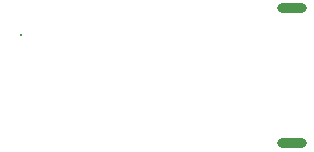
<source format=gbr>
%TF.GenerationSoftware,KiCad,Pcbnew,(6.0.5)*%
%TF.CreationDate,2023-05-24T20:51:30+03:00*%
%TF.ProjectId,USB_MASS_STORAGE_DEVICE,5553425f-4d41-4535-935f-53544f524147,rev?*%
%TF.SameCoordinates,Original*%
%TF.FileFunction,Plated,1,2,PTH,Mixed*%
%TF.FilePolarity,Positive*%
%FSLAX46Y46*%
G04 Gerber Fmt 4.6, Leading zero omitted, Abs format (unit mm)*
G04 Created by KiCad (PCBNEW (6.0.5)) date 2023-05-24 20:51:30*
%MOMM*%
%LPD*%
G01*
G04 APERTURE LIST*
%TA.AperFunction,ViaDrill*%
%ADD10C,0.150000*%
%TD*%
%TA.AperFunction,ViaDrill*%
%ADD11C,0.300000*%
%TD*%
G04 aperture for slot hole*
%TA.AperFunction,ComponentDrill*%
%ADD12O,2.500000X0.900000*%
%TD*%
G04 APERTURE END LIST*
D10*
X140075000Y-92375000D03*
X140575000Y-92375000D03*
D11*
X141150000Y-92375000D03*
D12*
%TO.C,REF\u002A\u002A*%
X164050000Y-90125000D03*
X164050000Y-101525000D03*
M02*

</source>
